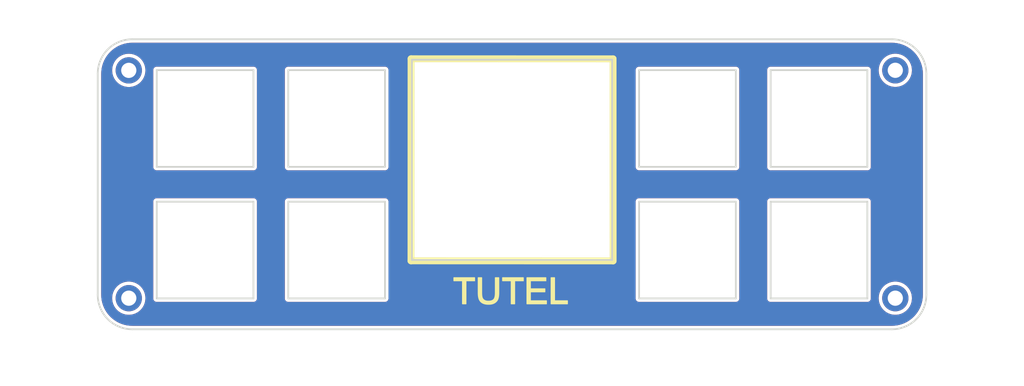
<source format=kicad_pcb>
(kicad_pcb (version 20211014) (generator pcbnew)
  (layers (0 "F.Cu" signal) (31 "B.Cu" signal) (34 "B.Paste" user) (35 "F.Paste" user) (36 "B.SilkS" user "B.Silkscreen") (37 "F.SilkS" user "F.Silkscreen") (38 "B.Mask" user) (39 "F.Mask" user) (44 "Edge.Cuts" user))
  (net 0 "")
  (footprint "MountingHole:MountingHole_2.2mm_M2_DIN965_Pad_TopBottom" (layer "F.Cu") (at 206.01 81.3)
    (fp_text reference "REF**" hide)
    (fp_text value "MountingHole_2.2mm_M2_DIN965_Pad_TopBottom")
    (pad "1" connect circle locked (at 0 0) (size 3.8 3.8) (layers "F.Cu" "F.Mask"))
    (pad "1" connect circle locked (at 0 0) (size 3.8 3.8) (layers "B.Cu" "B.Mask"))
    (pad "1" thru_hole circle locked (at 0 0) (size 2.6 2.6) (drill 2.2) (layers *.Cu *.Mask))
  )
  (footprint "MountingHole:MountingHole_2.2mm_M2_DIN965_Pad_TopBottom" (layer "F.Cu") (at 206.01 114.3)
    (fp_text reference "REF**" hide)
    (fp_text value "MountingHole_2.2mm_M2_DIN965_Pad_TopBottom")
    (pad "1" connect circle locked (at 0 0) (size 3.8 3.8) (layers "F.Cu" "F.Mask"))
    (pad "1" thru_hole circle locked (at 0 0) (size 2.6 2.6) (drill 2.2) (layers *.Cu *.Mask))
    (pad "1" connect circle locked (at 0 0) (size 3.8 3.8) (layers "B.Cu" "B.Mask"))
  )
  (footprint "MountingHole:MountingHole_2.2mm_M2_DIN965_Pad_TopBottom" (layer "F.Cu") (at 95.01 81.31)
    (fp_text reference "REF**" hide)
    (fp_text value "MountingHole_2.2mm_M2_DIN965_Pad_TopBottom")
    (pad "1" thru_hole circle locked (at 0 0) (size 2.6 2.6) (drill 2.2) (layers *.Cu *.Mask))
    (pad "1" connect circle locked (at 0 0) (size 3.8 3.8) (layers "B.Cu" "B.Mask"))
    (pad "1" connect circle locked (at 0 0) (size 3.8 3.8) (layers "F.Cu" "F.Mask"))
  )
  (footprint "MountingHole:MountingHole_2.2mm_M2_DIN965_Pad_TopBottom" (layer "F.Cu") (at 95.01 114.3)
    (fp_text reference "REF**" hide)
    (fp_text value "MountingHole_2.2mm_M2_DIN965_Pad_TopBottom")
    (pad "1" thru_hole circle locked (at 0 0) (size 2.6 2.6) (drill 2.2) (layers *.Cu *.Mask))
    (pad "1" connect circle locked (at 0 0) (size 3.8 3.8) (layers "B.Cu" "B.Mask"))
    (pad "1" connect circle locked (at 0 0) (size 3.8 3.8) (layers "F.Cu" "F.Mask"))
  )
  (gr_line (start 135.89 79.63) (end 135.88 108.89) (layer "F.SilkS") (width 1))
  (gr_poly (pts (xy 152.667656 115.12) (xy 152.667656 111.332128) (xy 155.406502 111.332128) (xy 155.406502 111.779127) (xy 153.168915 111.779127) (xy 153.168915 112.93926) (xy 155.26439 112.93926) (xy 155.26439 113.383672) (xy 153.168915 113.383672) (xy 153.168915 114.672994) (xy 155.494347 114.672994) (xy 155.494347 115.119993) (xy 152.667656 115.12)) (layer "F.SilkS") (width 0.132499) (fill solid))
  (gr_line (start 165.14 79.64) (end 135.89 79.63) (layer "F.SilkS") (width 1))
  (gr_line (start 135.88 108.89) (end 165.14 108.9) (layer "F.SilkS") (width 1))
  (gr_poly (pts (xy 156.166146 115.12) (xy 156.166146 111.332128) (xy 156.667405 111.332128) (xy 156.667405 114.672994) (xy 158.53292 114.672994) (xy 158.53292 115.119993) (xy 156.166146 115.12)) (layer "F.SilkS") (width 0.132499) (fill solid))
  (gr_poly (pts (xy 148.089143 111.332128) (xy 148.590402 111.332128) (xy 148.590402 113.52062) (xy 148.588383 113.659702) (xy 148.582328 113.791436) (xy 148.572235 113.915822) (xy 148.558105 114.032859) (xy 148.539938 114.142549) (xy 148.529341 114.194639) (xy 148.517734 114.244891) (xy 148.505118 114.293307) (xy 148.491492 114.339886) (xy 148.476857 114.384628) (xy 148.461213 114.427534) (xy 148.444247 114.469036) (xy 148.425645 114.50957) (xy 148.405409 114.549135) (xy 148.383538 114.587731) (xy 148.360031 114.625358) (xy 148.33489 114.662016) (xy 148.308114 114.697705) (xy 148.279702 114.732425) (xy 148.249656 114.766176) (xy 148.217974 114.798959) (xy 148.184657 114.830772) (xy 148.149706 114.861616) (xy 148.113119 114.891491) (xy 148.074896 114.920397) (xy 148.035039 114.948334) (xy 147.993546 114.975301) (xy 147.950732 115.000645) (xy 147.906262 115.024353) (xy 147.860137 115.046427) (xy 147.812356 115.066865) (xy 147.762921 115.085669) (xy 147.71183 115.102837) (xy 147.659084 115.11837) (xy 147.604682 115.132268) (xy 147.548625 115.144531) (xy 147.490913 115.155159) (xy 147.431546 115.164152) (xy 147.370523 115.17151) (xy 147.307845 115.177233) (xy 147.243512 115.181321) (xy 147.177523 115.183773) (xy 147.109879 115.184591) (xy 147.044103 115.183874) (xy 146.979841 115.181724) (xy 146.917093 115.178141) (xy 146.855859 115.173125) (xy 146.796139 115.166676) (xy 146.737933 115.158793) (xy 146.681241 115.149478) (xy 146.626062 115.138729) (xy 146.572398 115.126546) (xy 146.520248 115.112931) (xy 146.469611 115.097883) (xy 146.420488 115.081401) (xy 146.37288 115.063486) (xy 146.326785 115.044138) (xy 146.282204 115.023356) (xy 146.239137 115.001142) (xy 146.197583 114.977575) (xy 146.157544 114.952736) (xy 146.119019 114.926626) (xy 146.082008 114.899244) (xy 146.046511 114.87059) (xy 146.012527 114.840664) (xy 145.980058 114.809466) (xy 145.949103 114.776997) (xy 145.919661 114.743256) (xy 145.891734 114.708243) (xy 145.86532 114.671958) (xy 145.84042 114.634401) (xy 145.817034 114.595573) (xy 145.795162 114.555472) (xy 145.774804 114.5141) (xy 145.75596 114.471456) (xy 145.738439 114.426865) (xy 145.722048 114.380296) (xy 145.706788 114.331748) (xy 145.692658 114.281222) (xy 145.679659 114.228719) (xy 145.667789 114.174237) (xy 145.657051 114.117776) (xy 145.647442 114.059338) (xy 145.638964 113.998922) (xy 145.631616 113.936527) (xy 145.625399 113.872154) (xy 145.620312 113.805804) (xy 145.616355 113.737475) (xy 145.613529 113.667168) (xy 145.611834 113.594883) (xy 145.611268 113.52062) (xy 145.611268 111.332128) (xy 146.112527 111.332128) (xy 146.112527 113.518033) (xy 146.11394 113.637372) (xy 146.118179 113.748638) (xy 146.125244 113.851829) (xy 146.135135 113.946946) (xy 146.147852 114.033988) (xy 146.163394 114.112957) (xy 146.172226 114.149413) (xy 146.181763 114.183851) (xy 146.192007 114.216271) (xy 146.202958 114.246671) (xy 146.21509 114.275325) (xy 146.228231 114.303152) (xy 146.242381 114.330151) (xy 146.257541 114.356323) (xy 146.27371 114.381666) (xy 146.290888 114.406183) (xy 146.309075 114.429871) (xy 146.328272 114.452733) (xy 146.348478 114.474766) (xy 146.369693 114.495972) (xy 146.391918 114.51635) (xy 146.415152 114.5359) (xy 146.439395 114.554623) (xy 146.464648 114.572518) (xy 146.49091 114.589585) (xy 146.518182 114.605825) (xy 146.546665 114.621156) (xy 146.575915 114.635498) (xy 146.605932 114.648851) (xy 146.636716 114.661214) (xy 146.668266 114.672589) (xy 146.700584 114.682974) (xy 146.733669 114.69237) (xy 146.767521 114.700777) (xy 146.80214 114.708195) (xy 146.837526 114.714624) (xy 146.873679 114.720064) (xy 146.910599 114.724515) (xy 146.948286 114.727976) (xy 146.98674 114.730449) (xy 147.025961 114.731933) (xy 147.065949 114.732427) (xy 147.133825 114.731448) (xy 147.199217 114.728511) (xy 147.262126 114.723616) (xy 147.322553 114.716763) (xy 147.380497 114.707952) (xy 147.435958 114.697182) (xy 147.488936 114.684455) (xy 147.539432 114.66977) (xy 147.587444 114.653126) (xy 147.632974 114.634525) (xy 147.676021 114.613965) (xy 147.716585 114.591447) (xy 147.754666 114.566971) (xy 147.790264 114.540537) (xy 147.82338 114.512144) (xy 147.854012 114.481794) (xy 147.882485 114.448658) (xy 147.909121 114.411908) (xy 147.93392 114.371546) (xy 147.956882 114.32757) (xy 147.978007 114.279982) (xy 147.997295 114.22878) (xy 148.014746 114.173964) (xy 148.03036 114.115536) (xy 148.044137 114.053495) (xy 148.056078 113.98784) (xy 148.066181 113.918572) (xy 148.074447 113.845691) (xy 148.080876 113.769196) (xy 148.085469 113.689089) (xy 148.088224 113.605368) (xy 148.089143 113.518033) (xy 148.089143 111.332128)) (layer "F.SilkS") (width 0.132499) (fill solid))
  (gr_poly (pts (xy 143.334932 115.12) (xy 143.334932 111.779134) (xy 142.086946 111.779134) (xy 142.086946 111.332136) (xy 145.089334 111.332136) (xy 145.089334 111.779134) (xy 143.836191 111.779134) (xy 143.836191 115.12) (xy 143.334932 115.12)) (layer "F.SilkS") (width 0.132499) (fill solid))
  (gr_line (start 165.15 108.9) (end 165.14 79.64) (layer "F.SilkS") (width 1))
  (gr_poly (pts (xy 150.388741 115.12) (xy 150.388741 111.779134) (xy 149.140756 111.779134) (xy 149.140756 111.332136) (xy 152.143151 111.332136) (xy 152.143151 111.779134) (xy 150.89 111.779134) (xy 150.89 115.12) (xy 150.388741 115.12)) (layer "F.SilkS") (width 0.132499) (fill solid))
  (gr_line (start 136.01 79.765) (end 136.01 108.765) (layer "Edge.Cuts") (width 0.25))
  (gr_line (start 205.51 76.805) (end 95.51 76.805) (layer "Edge.Cuts") (width 0.25))
  (gr_line (start 187.96 81.28) (end 187.96 95.28) (layer "Edge.Cuts") (width 0.25))
  (gr_arc (start 95.51 118.805) (mid 91.974466 117.340534) (end 90.51 113.805) (layer "Edge.Cuts") (width 0.25))
  (gr_arc (start 205.51 76.805) (mid 209.045534 78.269466) (end 210.51 81.805) (layer "Edge.Cuts") (width 0.25))
  (gr_line (start 168.91 95.28) (end 182.91 95.28) (layer "Edge.Cuts") (width 0.25))
  (gr_line (start 201.96 114.33) (end 201.96 100.33) (layer "Edge.Cuts") (width 0.25))
  (gr_line (start 168.91 114.33) (end 182.91 114.33) (layer "Edge.Cuts") (width 0.25))
  (gr_line (start 187.96 114.33) (end 201.96 114.33) (layer "Edge.Cuts") (width 0.25))
  (gr_line (start 201.96 95.28) (end 201.96 81.28) (layer "Edge.Cuts") (width 0.25))
  (gr_line (start 182.91 95.28) (end 182.91 81.28) (layer "Edge.Cuts") (width 0.25))
  (gr_line (start 118.11 100.33) (end 118.11 114.33) (layer "Edge.Cuts") (width 0.25))
  (gr_line (start 132.11 81.28) (end 118.11 81.28) (layer "Edge.Cuts") (width 0.25))
  (gr_line (start 90.51 81.805) (end 90.51 113.805) (layer "Edge.Cuts") (width 0.25))
  (gr_line (start 187.96 95.28) (end 201.96 95.28) (layer "Edge.Cuts") (width 0.25))
  (gr_line (start 168.91 100.33) (end 168.91 114.33) (layer "Edge.Cuts") (width 0.25))
  (gr_line (start 99.06 81.28) (end 99.06 95.28) (layer "Edge.Cuts") (width 0.25))
  (gr_line (start 99.06 114.33) (end 113.06 114.33) (layer "Edge.Cuts") (width 0.25))
  (gr_line (start 132.11 114.33) (end 132.11 100.33) (layer "Edge.Cuts") (width 0.25))
  (gr_arc (start 210.51 113.805) (mid 209.045534 117.340534) (end 205.51 118.805) (layer "Edge.Cuts") (width 0.25))
  (gr_line (start 182.91 100.33) (end 168.91 100.33) (layer "Edge.Cuts") (width 0.25))
  (gr_line (start 165.01 79.765) (end 136.01 79.765) (layer "Edge.Cuts") (width 0.25))
  (gr_line (start 118.11 81.28) (end 118.11 95.28) (layer "Edge.Cuts") (width 0.25))
  (gr_line (start 165.01 108.765) (end 165.01 79.765) (layer "Edge.Cuts") (width 0.25))
  (gr_line (start 113.06 100.33) (end 99.06 100.33) (layer "Edge.Cuts") (width 0.25))
  (gr_line (start 210.51 113.805) (end 210.51 81.805) (layer "Edge.Cuts") (width 0.25))
  (gr_line (start 201.96 81.28) (end 187.96 81.28) (layer "Edge.Cuts") (width 0.25))
  (gr_line (start 118.11 114.33) (end 132.11 114.33) (layer "Edge.Cuts") (width 0.25))
  (gr_line (start 118.11 95.28) (end 132.11 95.28) (layer "Edge.Cuts") (width 0.25))
  (gr_line (start 99.06 95.28) (end 113.06 95.28) (layer "Edge.Cuts") (width 0.25))
  (gr_line (start 187.96 100.33) (end 187.96 114.33) (layer "Edge.Cuts") (width 0.25))
  (gr_line (start 182.91 81.28) (end 168.91 81.28) (layer "Edge.Cuts") (width 0.25))
  (gr_arc (start 90.51 81.805) (mid 91.974466 78.269466) (end 95.51 76.805) (layer "Edge.Cuts") (width 0.25))
  (gr_line (start 132.11 95.28) (end 132.11 81.28) (layer "Edge.Cuts") (width 0.25))
  (gr_line (start 99.06 100.33) (end 99.06 114.33) (layer "Edge.Cuts") (width 0.25))
  (gr_line (start 136.01 108.765) (end 165.01 108.765) (layer "Edge.Cuts") (width 0.25))
  (gr_line (start 168.91 81.28) (end 168.91 95.28) (layer "Edge.Cuts") (width 0.25))
  (gr_line (start 113.06 114.33) (end 113.06 100.33) (layer "Edge.Cuts") (width 0.25))
  (gr_line (start 201.96 100.33) (end 187.96 100.33) (layer "Edge.Cuts") (width 0.25))
  (gr_line (start 132.11 100.33) (end 118.11 100.33) (layer "Edge.Cuts") (width 0.25))
  (gr_line (start 95.51 118.805) (end 205.51 118.805) (layer "Edge.Cuts") (width 0.25))
  (gr_line (start 113.06 95.28) (end 113.06 81.28) (layer "Edge.Cuts") (width 0.25))
  (gr_line (start 182.91 114.33) (end 182.91 100.33) (layer "Edge.Cuts") (width 0.25))
  (gr_line (start 113.06 81.28) (end 99.06 81.28) (layer "Edge.Cuts") (width 0.25))
  (zone (net 0) (net_name "") (layers F&B.Cu) (connect_pads (clearance 0.508)) (min_thickness 0.254) (fill yes (thermal_gap 0.508) (thermal_bridge_width 0.508))
    (polygon (pts (xy 218.44 127) (xy 81.28 127) (xy 81.28 71.12) (xy 218.44 71.12)))
  )
)
</source>
